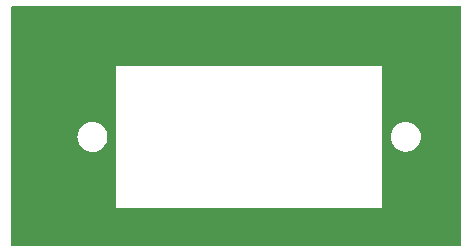
<source format=gbr>
%TF.GenerationSoftware,KiCad,Pcbnew,7.0.5*%
%TF.CreationDate,2024-12-07T14:54:07-05:00*%
%TF.ProjectId,servo_cutout,73657276-6f5f-4637-9574-6f75742e6b69,rev?*%
%TF.SameCoordinates,Original*%
%TF.FileFunction,Copper,L2,Bot*%
%TF.FilePolarity,Positive*%
%FSLAX46Y46*%
G04 Gerber Fmt 4.6, Leading zero omitted, Abs format (unit mm)*
G04 Created by KiCad (PCBNEW 7.0.5) date 2024-12-07 14:54:07*
%MOMM*%
%LPD*%
G01*
G04 APERTURE LIST*
G04 APERTURE END LIST*
%TA.AperFunction,NonConductor*%
G36*
X40582539Y-2560185D02*
G01*
X40628294Y-2612989D01*
X40639500Y-2664500D01*
X40639500Y-22735500D01*
X40619815Y-22802539D01*
X40567011Y-22848294D01*
X40515500Y-22859500D01*
X2664500Y-22859500D01*
X2597461Y-22839815D01*
X2551706Y-22787011D01*
X2540500Y-22735500D01*
X2540500Y-19595889D01*
X11429416Y-19595889D01*
X11429459Y-19620001D01*
X11429544Y-19620206D01*
X11429616Y-19620382D01*
X11429618Y-19620384D01*
X11429808Y-19620462D01*
X11430000Y-19620541D01*
X11430002Y-19620539D01*
X11454616Y-19620524D01*
X11454616Y-19620528D01*
X11454760Y-19620500D01*
X33905240Y-19620500D01*
X33905383Y-19620528D01*
X33905384Y-19620524D01*
X33929997Y-19620539D01*
X33930000Y-19620541D01*
X33930383Y-19620383D01*
X33930500Y-19620099D01*
X33930541Y-19620000D01*
X33930540Y-19619997D01*
X33930583Y-19595889D01*
X33930500Y-19595467D01*
X33930500Y-13605809D01*
X34675778Y-13605809D01*
X34680410Y-13658754D01*
X34677688Y-13672296D01*
X34684651Y-13710667D01*
X34685340Y-13715569D01*
X34685668Y-13718850D01*
X34685937Y-13721926D01*
X34686207Y-13727331D01*
X34686207Y-13761038D01*
X34690740Y-13776821D01*
X34695082Y-13826455D01*
X34695085Y-13826468D01*
X34709702Y-13881023D01*
X34709341Y-13896153D01*
X34723721Y-13934466D01*
X34725562Y-13940211D01*
X34726286Y-13942913D01*
X34727224Y-13946419D01*
X34728332Y-13951366D01*
X34733962Y-13982391D01*
X34740369Y-13995471D01*
X34752408Y-14040403D01*
X34752409Y-14040405D01*
X34752410Y-14040408D01*
X34757950Y-14052288D01*
X34777697Y-14094636D01*
X34780163Y-14110875D01*
X34801794Y-14147080D01*
X34804764Y-14152683D01*
X34808125Y-14159891D01*
X34809980Y-14164307D01*
X34820282Y-14191757D01*
X34827745Y-14201964D01*
X34846018Y-14241151D01*
X34846021Y-14241155D01*
X34882262Y-14292914D01*
X34887907Y-14309655D01*
X34916327Y-14342184D01*
X34920426Y-14347417D01*
X34926401Y-14355950D01*
X34928839Y-14359714D01*
X34942444Y-14382485D01*
X34950137Y-14389850D01*
X34973056Y-14422582D01*
X34973064Y-14422591D01*
X35020127Y-14469654D01*
X35029174Y-14486223D01*
X35063593Y-14513671D01*
X35068781Y-14518308D01*
X35078547Y-14528074D01*
X35081398Y-14531123D01*
X35096546Y-14548461D01*
X35103710Y-14553237D01*
X35129683Y-14579210D01*
X35129687Y-14579213D01*
X35129690Y-14579215D01*
X35186970Y-14619324D01*
X35199489Y-14634986D01*
X35238835Y-14656159D01*
X35245021Y-14659971D01*
X35260043Y-14670489D01*
X35263141Y-14672805D01*
X35277709Y-14684423D01*
X35283652Y-14687021D01*
X35296916Y-14696308D01*
X35311122Y-14706255D01*
X35377575Y-14737242D01*
X35393477Y-14751244D01*
X35436455Y-14765208D01*
X35443496Y-14767982D01*
X35465444Y-14778216D01*
X35468608Y-14779804D01*
X35480156Y-14786018D01*
X35484331Y-14787023D01*
X35511865Y-14799863D01*
X35585962Y-14819717D01*
X35604997Y-14831319D01*
X35650160Y-14837437D01*
X35657881Y-14838987D01*
X35688523Y-14847198D01*
X35691607Y-14848112D01*
X35697435Y-14850005D01*
X35699453Y-14850126D01*
X35725813Y-14857190D01*
X35805614Y-14864171D01*
X35827375Y-14872683D01*
X35873185Y-14870626D01*
X35881370Y-14870799D01*
X35946466Y-14876495D01*
X36029650Y-14869217D01*
X36053582Y-14874026D01*
X36098470Y-14863781D01*
X36106873Y-14862461D01*
X36113399Y-14861890D01*
X36167119Y-14857190D01*
X36381067Y-14799863D01*
X36581810Y-14706255D01*
X36763249Y-14579210D01*
X36919869Y-14422590D01*
X37046914Y-14241151D01*
X37140522Y-14040408D01*
X37197849Y-13826460D01*
X37217154Y-13605807D01*
X37197849Y-13385154D01*
X37144241Y-13185087D01*
X37140524Y-13171213D01*
X37140523Y-13171211D01*
X37140522Y-13171206D01*
X37046914Y-12970463D01*
X37046912Y-12970460D01*
X37046911Y-12970458D01*
X36919872Y-12789028D01*
X36919867Y-12789022D01*
X36763250Y-12632405D01*
X36763244Y-12632400D01*
X36581814Y-12505361D01*
X36581810Y-12505359D01*
X36581809Y-12505358D01*
X36381067Y-12411751D01*
X36381063Y-12411750D01*
X36381059Y-12411748D01*
X36167124Y-12354425D01*
X36167120Y-12354424D01*
X36167119Y-12354424D01*
X36167118Y-12354423D01*
X36167113Y-12354423D01*
X36106878Y-12349153D01*
X36098475Y-12347833D01*
X36061641Y-12339426D01*
X36029652Y-12342397D01*
X35946467Y-12335119D01*
X35946461Y-12335119D01*
X35922460Y-12337218D01*
X35922437Y-12337221D01*
X35881388Y-12340812D01*
X35873194Y-12340986D01*
X35835278Y-12339283D01*
X35805616Y-12347442D01*
X35725817Y-12354423D01*
X35725804Y-12354426D01*
X35699451Y-12361487D01*
X35697913Y-12361450D01*
X35691576Y-12363509D01*
X35688466Y-12364430D01*
X35657898Y-12372621D01*
X35650167Y-12374173D01*
X35612472Y-12379280D01*
X35585964Y-12391896D01*
X35511872Y-12411748D01*
X35511863Y-12411752D01*
X35484327Y-12424592D01*
X35481108Y-12425080D01*
X35468582Y-12431821D01*
X35465406Y-12433415D01*
X35443511Y-12443625D01*
X35436461Y-12446402D01*
X35400290Y-12458155D01*
X35377574Y-12474372D01*
X35311121Y-12505359D01*
X35311119Y-12505360D01*
X35283649Y-12524595D01*
X35278996Y-12526164D01*
X35263141Y-12538807D01*
X35260050Y-12541119D01*
X35245029Y-12551638D01*
X35238839Y-12555452D01*
X35205464Y-12573411D01*
X35186976Y-12592287D01*
X35129685Y-12632402D01*
X35103708Y-12658379D01*
X35097984Y-12661504D01*
X35081389Y-12680499D01*
X35078539Y-12683548D01*
X35068786Y-12693300D01*
X35063598Y-12697937D01*
X35034161Y-12721412D01*
X35020130Y-12741956D01*
X34973060Y-12789026D01*
X34950134Y-12821769D01*
X34943830Y-12826807D01*
X34928836Y-12851903D01*
X34926398Y-12855667D01*
X34920428Y-12864193D01*
X34916330Y-12869424D01*
X34891834Y-12897462D01*
X34882264Y-12918697D01*
X34846021Y-12970458D01*
X34846017Y-12970464D01*
X34827743Y-13009652D01*
X34821413Y-13016840D01*
X34809971Y-13047330D01*
X34808112Y-13051752D01*
X34807287Y-13053521D01*
X34804750Y-13058958D01*
X34801790Y-13064540D01*
X34783007Y-13095976D01*
X34777699Y-13116972D01*
X34752412Y-13171199D01*
X34752408Y-13171211D01*
X34740369Y-13216142D01*
X34734626Y-13225562D01*
X34728331Y-13260250D01*
X34727223Y-13265197D01*
X34725936Y-13270006D01*
X34725566Y-13271389D01*
X34723721Y-13277147D01*
X34711137Y-13310677D01*
X34709703Y-13330590D01*
X34695084Y-13385148D01*
X34695082Y-13385158D01*
X34690740Y-13434791D01*
X34686207Y-13446379D01*
X34686207Y-13484410D01*
X34685926Y-13489815D01*
X34685646Y-13493008D01*
X34685291Y-13496422D01*
X34684629Y-13501070D01*
X34678519Y-13534736D01*
X34680410Y-13552858D01*
X34675778Y-13605804D01*
X34675778Y-13605809D01*
X33930500Y-13605809D01*
X33930500Y-7644759D01*
X33930528Y-7644616D01*
X33930524Y-7644616D01*
X33930539Y-7620002D01*
X33930541Y-7620000D01*
X33930462Y-7619808D01*
X33930384Y-7619618D01*
X33930383Y-7619617D01*
X33930381Y-7619616D01*
X33930090Y-7619496D01*
X33930001Y-7619459D01*
X33905446Y-7619459D01*
X33905240Y-7619500D01*
X11454760Y-7619500D01*
X11454554Y-7619459D01*
X11429998Y-7619459D01*
X11429909Y-7619496D01*
X11429619Y-7619615D01*
X11429615Y-7619618D01*
X11429459Y-7619999D01*
X11429476Y-7644616D01*
X11429471Y-7644616D01*
X11429500Y-7644759D01*
X11429500Y-19595467D01*
X11429416Y-19595889D01*
X2540500Y-19595889D01*
X2540500Y-13617694D01*
X8142853Y-13617694D01*
X8147485Y-13670639D01*
X8144763Y-13684181D01*
X8151726Y-13722552D01*
X8152415Y-13727454D01*
X8152743Y-13730735D01*
X8153012Y-13733811D01*
X8153282Y-13739216D01*
X8153282Y-13772923D01*
X8157815Y-13788706D01*
X8162157Y-13838340D01*
X8162160Y-13838353D01*
X8176777Y-13892908D01*
X8176416Y-13908038D01*
X8190796Y-13946351D01*
X8192637Y-13952096D01*
X8193361Y-13954798D01*
X8194299Y-13958304D01*
X8195407Y-13963251D01*
X8201037Y-13994276D01*
X8207444Y-14007356D01*
X8219483Y-14052288D01*
X8219484Y-14052290D01*
X8219485Y-14052293D01*
X8239230Y-14094636D01*
X8244772Y-14106521D01*
X8247238Y-14122760D01*
X8268869Y-14158965D01*
X8271839Y-14164568D01*
X8275200Y-14171776D01*
X8277055Y-14176192D01*
X8287357Y-14203642D01*
X8294820Y-14213849D01*
X8313093Y-14253036D01*
X8313096Y-14253040D01*
X8349337Y-14304799D01*
X8354982Y-14321540D01*
X8383402Y-14354069D01*
X8387501Y-14359302D01*
X8393476Y-14367835D01*
X8395914Y-14371599D01*
X8409519Y-14394370D01*
X8417212Y-14401735D01*
X8440131Y-14434467D01*
X8440139Y-14434476D01*
X8487202Y-14481539D01*
X8496249Y-14498108D01*
X8530668Y-14525556D01*
X8535856Y-14530193D01*
X8545622Y-14539959D01*
X8548473Y-14543008D01*
X8563621Y-14560346D01*
X8570785Y-14565122D01*
X8596758Y-14591095D01*
X8596762Y-14591098D01*
X8596765Y-14591100D01*
X8654045Y-14631209D01*
X8666564Y-14646871D01*
X8705910Y-14668044D01*
X8712096Y-14671856D01*
X8727118Y-14682374D01*
X8730216Y-14684690D01*
X8744784Y-14696308D01*
X8750727Y-14698906D01*
X8761219Y-14706252D01*
X8778197Y-14718140D01*
X8844650Y-14749127D01*
X8860552Y-14763129D01*
X8903530Y-14777093D01*
X8910571Y-14779867D01*
X8932519Y-14790101D01*
X8935683Y-14791689D01*
X8947231Y-14797903D01*
X8951406Y-14798908D01*
X8978940Y-14811748D01*
X9053037Y-14831602D01*
X9072072Y-14843204D01*
X9117235Y-14849322D01*
X9124956Y-14850872D01*
X9155598Y-14859083D01*
X9158682Y-14859997D01*
X9164510Y-14861890D01*
X9166528Y-14862011D01*
X9192888Y-14869075D01*
X9272689Y-14876056D01*
X9294450Y-14884568D01*
X9340260Y-14882511D01*
X9348445Y-14882684D01*
X9413541Y-14888380D01*
X9496725Y-14881102D01*
X9520657Y-14885911D01*
X9565545Y-14875666D01*
X9573948Y-14874346D01*
X9579998Y-14873816D01*
X9634194Y-14869075D01*
X9848142Y-14811748D01*
X10048885Y-14718140D01*
X10230324Y-14591095D01*
X10386944Y-14434475D01*
X10513989Y-14253036D01*
X10607597Y-14052293D01*
X10664924Y-13838345D01*
X10684229Y-13617692D01*
X10664924Y-13397039D01*
X10607597Y-13183091D01*
X10513989Y-12982348D01*
X10513987Y-12982345D01*
X10513986Y-12982343D01*
X10386947Y-12800913D01*
X10386942Y-12800907D01*
X10230325Y-12644290D01*
X10230319Y-12644285D01*
X10048889Y-12517246D01*
X10048885Y-12517244D01*
X10023400Y-12505360D01*
X9848142Y-12423636D01*
X9848138Y-12423635D01*
X9848134Y-12423633D01*
X9634199Y-12366310D01*
X9634195Y-12366309D01*
X9634194Y-12366309D01*
X9634193Y-12366308D01*
X9634188Y-12366308D01*
X9573953Y-12361038D01*
X9565550Y-12359718D01*
X9528716Y-12351311D01*
X9496727Y-12354282D01*
X9413542Y-12347004D01*
X9413536Y-12347004D01*
X9389535Y-12349103D01*
X9389512Y-12349106D01*
X9348463Y-12352697D01*
X9340269Y-12352871D01*
X9302353Y-12351168D01*
X9272691Y-12359327D01*
X9192892Y-12366308D01*
X9192879Y-12366311D01*
X9166526Y-12373372D01*
X9164988Y-12373335D01*
X9158651Y-12375394D01*
X9155541Y-12376315D01*
X9124973Y-12384506D01*
X9117242Y-12386058D01*
X9079547Y-12391165D01*
X9053039Y-12403781D01*
X8978947Y-12423633D01*
X8978938Y-12423637D01*
X8951402Y-12436477D01*
X8948183Y-12436965D01*
X8935657Y-12443706D01*
X8932481Y-12445300D01*
X8910586Y-12455510D01*
X8903536Y-12458287D01*
X8867365Y-12470040D01*
X8844649Y-12486257D01*
X8778196Y-12517244D01*
X8778194Y-12517245D01*
X8750724Y-12536480D01*
X8746071Y-12538049D01*
X8730216Y-12550692D01*
X8727125Y-12553004D01*
X8712104Y-12563523D01*
X8705914Y-12567337D01*
X8672539Y-12585296D01*
X8654051Y-12604172D01*
X8596760Y-12644287D01*
X8570783Y-12670264D01*
X8565059Y-12673389D01*
X8548464Y-12692384D01*
X8545614Y-12695433D01*
X8535861Y-12705185D01*
X8530673Y-12709822D01*
X8501236Y-12733297D01*
X8487205Y-12753841D01*
X8440135Y-12800911D01*
X8417209Y-12833654D01*
X8410905Y-12838692D01*
X8395911Y-12863788D01*
X8393473Y-12867552D01*
X8387503Y-12876078D01*
X8383405Y-12881309D01*
X8358909Y-12909347D01*
X8349339Y-12930582D01*
X8313096Y-12982343D01*
X8313092Y-12982349D01*
X8294818Y-13021537D01*
X8288488Y-13028725D01*
X8277046Y-13059215D01*
X8275187Y-13063637D01*
X8274362Y-13065406D01*
X8271825Y-13070843D01*
X8268865Y-13076425D01*
X8250082Y-13107861D01*
X8244774Y-13128857D01*
X8219487Y-13183084D01*
X8219483Y-13183096D01*
X8207444Y-13228027D01*
X8201701Y-13237447D01*
X8195406Y-13272135D01*
X8194298Y-13277082D01*
X8193011Y-13281891D01*
X8192641Y-13283274D01*
X8190796Y-13289032D01*
X8178212Y-13322562D01*
X8176778Y-13342475D01*
X8162159Y-13397033D01*
X8162157Y-13397043D01*
X8157815Y-13446676D01*
X8153282Y-13458264D01*
X8153282Y-13496295D01*
X8153001Y-13501700D01*
X8152721Y-13504893D01*
X8152366Y-13508307D01*
X8151704Y-13512955D01*
X8145594Y-13546621D01*
X8147485Y-13564743D01*
X8142853Y-13617689D01*
X8142853Y-13617694D01*
X2540500Y-13617694D01*
X2540500Y-2664500D01*
X2560185Y-2597461D01*
X2612989Y-2551706D01*
X2664500Y-2540500D01*
X40515500Y-2540500D01*
X40582539Y-2560185D01*
G37*
%TD.AperFunction*%
M02*

</source>
